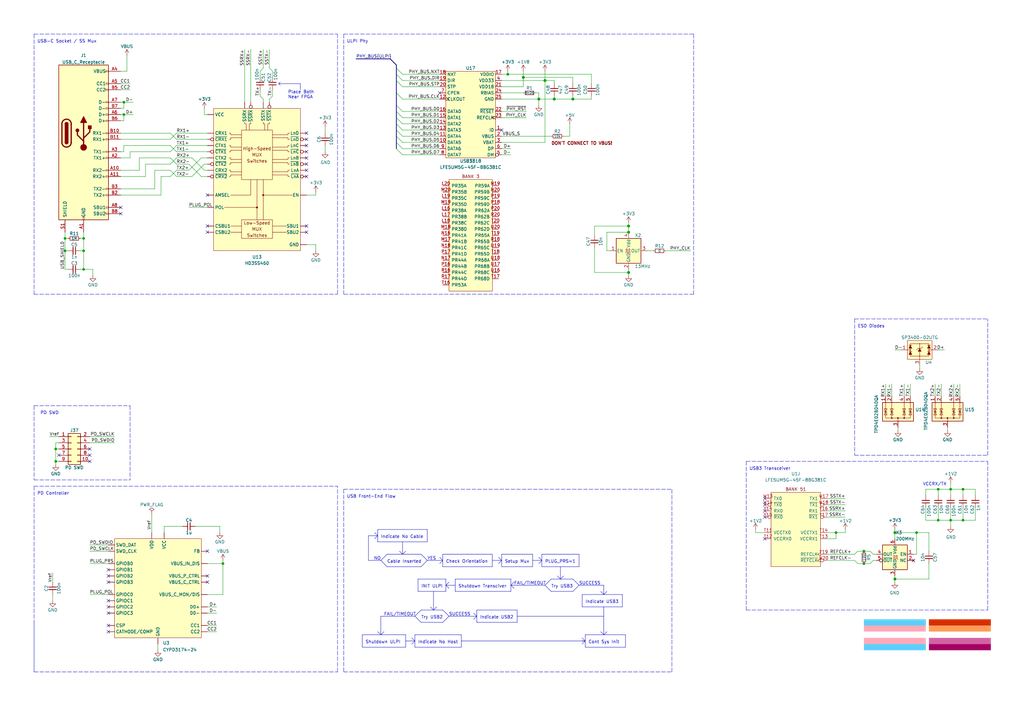
<source format=kicad_sch>
(kicad_sch (version 20230121) (generator eeschema)
  (paper "A3")
  (title_block (title "USB 3.0 Frontend") (date "2023-09-30") (rev "2") (company "Shrine Maiden Heavy Industries") (comment 1 "License:  CERN-OHL-S") (comment 2 "© 2023 Aki 'lethalbit' Van Ness, et. al.") (comment 4 "Squishy - SCSI Multitool"))
  (junction (at 208.28 30.48))
  (junction (at 220.98 40.64) (diameter 1.016))
  (junction (at 389.89 200.66))
  (junction (at 26.67 102.87))
  (junction (at 394.97 200.66))
  (junction (at 354.33 231.14))
  (junction (at 26.67 97.79))
  (junction (at 367.03 237.49) (diameter 1.016))
  (junction (at 384.81 213.36))
  (junction (at 375.92 218.44))
  (junction (at 227.33 40.64) (diameter 1.016))
  (junction (at 257.81 111.76) (diameter 1.016))
  (junction (at 22.86 184.15))
  (junction (at 257.81 92.71) (diameter 1.016))
  (junction (at 367.03 218.44) (diameter 1.016))
  (junction (at 389.89 213.36))
  (junction (at 34.29 97.79))
  (junction (at 34.29 110.49))
  (junction (at 50.8 41.91))
  (junction (at 384.81 200.66))
  (junction (at 50.8 46.99))
  (junction (at 257.81 95.25) (diameter 1.016))
  (junction (at 223.52 33.02) (diameter 1.016))
  (junction (at 234.95 40.64) (diameter 1.016))
  (junction (at 22.86 189.23))
  (junction (at 394.97 213.36))
  (junction (at 214.63 31.75) (diameter 1.016))
  (junction (at 342.9 218.44))
  (junction (at 91.44 231.14))
  (junction (at 34.29 102.87))
  (junction (at 354.33 226.06))
  (no_connect (at 49.53 87.63))
  (no_connect (at 24.13 186.69))
  (no_connect (at 125.73 57.15))
  (no_connect (at 85.09 80.01))
  (no_connect (at 44.45 256.54))
  (no_connect (at 44.45 248.92))
  (no_connect (at 36.83 186.69))
  (no_connect (at 374.65 229.87))
  (no_connect (at 313.69 212.09))
  (no_connect (at 85.09 92.71))
  (no_connect (at 205.74 53.34))
  (no_connect (at 125.73 95.25))
  (no_connect (at 36.83 189.23))
  (no_connect (at 36.83 184.15))
  (no_connect (at 85.09 95.25))
  (no_connect (at 85.09 226.06))
  (no_connect (at 125.73 67.31))
  (no_connect (at 125.73 62.23))
  (no_connect (at 125.73 92.71))
  (no_connect (at 313.69 207.01))
  (no_connect (at 313.69 209.55))
  (no_connect (at 44.45 236.22))
  (no_connect (at 125.73 69.85))
  (no_connect (at 44.45 251.46))
  (no_connect (at 44.45 259.08))
  (no_connect (at 85.09 238.76))
  (no_connect (at 85.09 236.22))
  (no_connect (at 125.73 54.61))
  (no_connect (at 125.73 64.77))
  (no_connect (at 125.73 59.69))
  (no_connect (at 313.69 220.98))
  (no_connect (at 44.45 233.68))
  (no_connect (at 44.45 238.76))
  (no_connect (at 313.69 204.47))
  (no_connect (at 44.45 246.38))
  (no_connect (at 180.34 38.1))
  (no_connect (at 125.73 72.39))
  (no_connect (at 49.53 85.09))
  (bus_entry (at 162.56 45.72) (size 2.54 2.54) (stroke (width 0.1524)))
  (bus_entry (at 162.56 30.48) (size 2.54 2.54) (stroke (width 0.1524)))
  (bus_entry (at 162.56 50.8) (size 2.54 2.54) (stroke (width 0.1524)))
  (bus_entry (at 162.56 33.02) (size 2.54 2.54) (stroke (width 0.1524)))
  (bus_entry (at 162.56 55.88) (size 2.54 2.54) (stroke (width 0.1524)))
  (bus_entry (at 162.56 58.42) (size 2.54 2.54) (stroke (width 0.1524)))
  (bus_entry (at 162.56 38.1) (size 2.54 2.54) (stroke (width 0.1524)))
  (bus_entry (at 162.56 60.96) (size 2.54 2.54) (stroke (width 0.1524)))
  (bus_entry (at 162.56 27.94) (size 2.54 2.54) (stroke (width 0.1524)))
  (bus_entry (at 162.56 48.26) (size 2.54 2.54) (stroke (width 0.1524)))
  (bus_entry (at 162.56 53.34) (size 2.54 2.54) (stroke (width 0.1524)))
  (bus_entry (at 162.56 43.18) (size 2.54 2.54) (stroke (width 0.1524)))
  (wire (pts (xy 22.86 181.61) (xy 22.86 184.15)))
  (polyline (pts (xy 212.09 255.27) (xy 195.58 255.27)) (stroke (width 0) (type solid)))
  (polyline (pts (xy 172.72 227.33) (xy 175.26 229.87)) (stroke (width 0) (type solid)))
  (wire (pts (xy 66.04 72.39) (xy 66.04 80.01)))
  (polyline (pts (xy 350.52 130.81) (xy 405.13 130.81)) (stroke (width 0) (type dash)))
  (wire (pts (xy 165.1 63.5) (xy 180.34 63.5)))
  (polyline (pts (xy 181.61 250.19) (xy 172.72 250.19)) (stroke (width 0) (type solid)))
  (wire (pts (xy 133.35 59.69) (xy 133.35 62.23)))
  (polyline (pts (xy 170.18 262.89) (xy 168.91 261.62)) (stroke (width 0) (type solid)))
  (polyline (pts (xy 156.21 252.73) (xy 156.21 260.35)) (stroke (width 0) (type solid)))
  (wire (pts (xy 53.34 62.23) (xy 53.34 64.77)))
  (wire (pts (xy 85.09 67.31) (xy 83.82 67.31)))
  (polyline (pts (xy 201.93 227.33) (xy 201.93 232.41)) (stroke (width 0) (type solid)))
  (wire (pts (xy 358.14 227.33) (xy 356.87 226.06)))
  (wire (pts (xy 36.83 243.84) (xy 44.45 243.84)))
  (wire (pts (xy 34.29 102.87) (xy 34.29 97.79)))
  (bus (pts (xy 146.05 24.13) (xy 160.02 24.13)))
  (wire (pts (xy 342.9 218.44) (xy 346.71 218.44)))
  (wire (pts (xy 102.87 20.32) (xy 102.87 41.91)))
  (bus (pts (xy 162.56 38.1) (xy 162.56 43.18)))
  (polyline (pts (xy 13.97 166.37) (xy 53.34 166.37)) (stroke (width 0) (type dash)))
  (wire (pts (xy 50.8 41.91) (xy 50.8 44.45)))
  (bus (pts (xy 162.56 43.18) (xy 162.56 45.72)))
  (polyline (pts (xy 151.13 229.87) (xy 156.21 229.87)) (stroke (width 0) (type solid)))
  (polyline (pts (xy 140.97 200.66) (xy 275.59 200.66)) (stroke (width 0) (type dash)))
  (wire (pts (xy 243.84 111.76) (xy 243.84 101.6)))
  (polyline (pts (xy 228.6 236.22) (xy 229.87 237.49)) (stroke (width 0) (type solid)))
  (bus (pts (xy 162.56 55.88) (xy 162.56 58.42)))
  (wire (pts (xy 69.85 69.85) (xy 72.39 72.39)))
  (wire (pts (xy 22.86 189.23) (xy 22.86 190.5)))
  (wire (pts (xy 165.1 50.8) (xy 180.34 50.8)))
  (wire (pts (xy 90.17 215.9) (xy 90.17 218.44)))
  (wire (pts (xy 69.85 72.39) (xy 66.04 72.39)))
  (polyline (pts (xy 172.72 232.41) (xy 158.75 232.41)) (stroke (width 0) (type solid)))
  (wire (pts (xy 85.09 69.85) (xy 83.82 69.85)))
  (polyline (pts (xy 114.3 34.29) (xy 123.19 34.29)))
  (wire (pts (xy 34.29 102.87) (xy 34.29 110.49)))
  (polyline (pts (xy 172.72 250.19) (xy 170.18 252.73)) (stroke (width 0) (type solid)))
  (polyline (pts (xy 306.07 250.19) (xy 405.13 250.19)) (stroke (width 0) (type dash)))
  (wire (pts (xy 91.44 231.14) (xy 91.44 243.84)))
  (wire (pts (xy 21.59 234.95) (xy 21.59 238.76)))
  (polyline (pts (xy 189.23 260.35) (xy 189.23 265.43)) (stroke (width 0) (type solid)))
  (wire (pts (xy 368.3 176.53) (xy 368.3 175.26)))
  (polyline (pts (xy 189.23 260.35) (xy 170.18 260.35)) (stroke (width 0) (type solid)))
  (wire (pts (xy 339.09 207.01) (xy 346.71 207.01)))
  (wire (pts (xy 125.73 100.33) (xy 129.54 100.33)))
  (wire (pts (xy 394.97 213.36) (xy 400.05 213.36)))
  (polyline (pts (xy 182.88 237.49) (xy 182.88 242.57)) (stroke (width 0) (type solid)))
  (wire (pts (xy 346.71 209.55) (xy 339.09 209.55)))
  (wire (pts (xy 83.82 46.99) (xy 85.09 46.99)))
  (polyline (pts (xy 222.25 227.33) (xy 222.25 232.41)) (stroke (width 0) (type solid)))
  (wire (pts (xy 21.59 243.84) (xy 21.59 246.38)))
  (polyline (pts (xy 163.83 226.06) (xy 165.1 227.33)) (stroke (width 0) (type solid)))
  (polyline (pts (xy 223.52 240.03) (xy 209.55 240.03)) (stroke (width 0) (type solid)))
  (wire (pts (xy 22.86 184.15) (xy 22.86 189.23)))
  (polyline (pts (xy 13.97 196.85) (xy 53.34 196.85)) (stroke (width 0) (type dash)))
  (wire (pts (xy 394.97 208.28) (xy 394.97 213.36)))
  (polyline (pts (xy 156.21 260.35) (xy 157.48 259.08)) (stroke (width 0) (type solid)))
  (polyline (pts (xy 182.88 242.57) (xy 171.45 242.57)) (stroke (width 0) (type solid)))
  (wire (pts (xy 50.8 41.91) (xy 54.61 41.91)))
  (polyline (pts (xy 237.49 227.33) (xy 237.49 232.41)) (stroke (width 0) (type solid)))
  (polyline (pts (xy 172.72 255.27) (xy 170.18 252.73)) (stroke (width 0) (type solid)))
  (wire (pts (xy 214.63 31.75) (xy 234.95 31.75)))
  (wire (pts (xy 165.1 35.56) (xy 180.34 35.56)))
  (wire (pts (xy 83.82 44.45) (xy 83.82 46.99)))
  (wire (pts (xy 49.53 49.53) (xy 50.8 49.53)))
  (polyline (pts (xy 170.18 262.89) (xy 168.91 264.16)) (stroke (width 0) (type solid)))
  (wire (pts (xy 59.69 67.31) (xy 59.69 72.39)))
  (wire (pts (xy 205.74 40.64) (xy 220.98 40.64)))
  (wire (pts (xy 110.49 41.91) (xy 110.49 40.64)))
  (wire (pts (xy 59.69 72.39) (xy 49.53 72.39)))
  (polyline (pts (xy 218.44 232.41) (xy 205.74 232.41)) (stroke (width 0) (type solid)))
  (wire (pts (xy 373.38 157.48) (xy 373.38 162.56)))
  (polyline (pts (xy 229.87 237.49) (xy 231.14 236.22)) (stroke (width 0) (type solid)))
  (polyline (pts (xy 234.95 242.57) (xy 226.06 242.57)) (stroke (width 0) (type solid)))
  (wire (pts (xy 389.89 213.36) (xy 389.89 215.9)))
  (polyline (pts (xy 181.61 255.27) (xy 184.15 252.73)) (stroke (width 0) (type solid)))
  (polyline (pts (xy 229.87 232.41) (xy 229.87 237.49)) (stroke (width 0) (type solid)))
  (polyline (pts (xy 256.54 260.35) (xy 256.54 265.43)) (stroke (width 0) (type solid)))
  (polyline (pts (xy 177.8 242.57) (xy 177.8 250.19)) (stroke (width 0) (type solid)))
  (wire (pts (xy 85.09 72.39) (xy 82.55 72.39)))
  (wire (pts (xy 165.1 53.34) (xy 180.34 53.34)))
  (wire (pts (xy 66.04 80.01) (xy 49.53 80.01)))
  (wire (pts (xy 339.09 220.98) (xy 342.9 220.98)))
  (polyline (pts (xy 246.38 259.08) (xy 247.65 260.35)) (stroke (width 0) (type solid)))
  (wire (pts (xy 365.76 157.48) (xy 365.76 162.56)))
  (wire (pts (xy 379.73 200.66) (xy 379.73 203.2)))
  (polyline (pts (xy 247.65 252.73) (xy 247.65 260.35)) (stroke (width 0) (type solid)))
  (wire (pts (xy 354.33 231.14) (xy 351.79 231.14)))
  (wire (pts (xy 62.23 210.82) (xy 62.23 218.44)))
  (wire (pts (xy 370.84 157.48) (xy 370.84 162.56)))
  (wire (pts (xy 363.22 157.48) (xy 363.22 162.56)))
  (wire (pts (xy 214.63 31.75) (xy 214.63 35.56)))
  (wire (pts (xy 110.49 20.32) (xy 110.49 27.94)))
  (wire (pts (xy 49.53 62.23) (xy 50.8 62.23)))
  (wire (pts (xy 111.76 29.21) (xy 110.49 27.94)))
  (polyline (pts (xy 13.97 166.37) (xy 13.97 196.85)) (stroke (width 0) (type dash)))
  (wire (pts (xy 85.09 251.46) (xy 88.9 251.46)))
  (polyline (pts (xy 13.97 13.97) (xy 13.97 120.65)) (stroke (width 0) (type dash)))
  (polyline (pts (xy 201.93 232.41) (xy 181.61 232.41)) (stroke (width 0) (type solid)))
  (wire (pts (xy 107.95 20.32) (xy 107.95 27.94)))
  (polyline (pts (xy 238.76 243.84) (xy 238.76 248.92)) (stroke (width 0) (type solid)))
  (wire (pts (xy 367.03 237.49) (xy 381 237.49)))
  (polyline (pts (xy 222.25 229.87) (xy 220.98 228.6)) (stroke (width 0) (type solid)))
  (wire (pts (xy 377.19 151.13) (xy 377.19 149.86)))
  (polyline (pts (xy 256.54 265.43) (xy 240.03 265.43)) (stroke (width 0) (type solid)))
  (wire (pts (xy 359.41 229.87) (xy 358.14 229.87)))
  (wire (pts (xy 208.28 30.48) (xy 242.57 30.48)))
  (polyline (pts (xy 247.65 240.03) (xy 247.65 243.84)) (stroke (width 0) (type solid)))
  (bus (pts (xy 162.56 48.26) (xy 162.56 50.8)))
  (wire (pts (xy 129.54 100.33) (xy 129.54 102.87)))
  (wire (pts (xy 63.5 69.85) (xy 69.85 69.85)))
  (polyline (pts (xy 247.65 260.35) (xy 248.92 259.08)) (stroke (width 0) (type solid)))
  (wire (pts (xy 72.39 64.77) (xy 78.74 64.77)))
  (polyline (pts (xy 240.03 262.89) (xy 238.76 264.16)) (stroke (width 0) (type solid)))
  (polyline (pts (xy 172.72 227.33) (xy 158.75 227.33)) (stroke (width 0) (type solid)))
  (wire (pts (xy 85.09 248.92) (xy 88.9 248.92)))
  (wire (pts (xy 389.89 200.66) (xy 394.97 200.66)))
  (wire (pts (xy 107.95 40.64) (xy 106.68 39.37)))
  (wire (pts (xy 33.02 102.87) (xy 34.29 102.87)))
  (wire (pts (xy 389.89 213.36) (xy 394.97 213.36)))
  (wire (pts (xy 223.52 33.02) (xy 227.33 33.02)))
  (wire (pts (xy 234.95 40.64) (xy 242.57 40.64)))
  (polyline (pts (xy 114.3 34.29) (xy 114.935 33.655)))
  (wire (pts (xy 63.5 77.47) (xy 63.5 69.85)))
  (wire (pts (xy 354.33 226.06) (xy 351.79 226.06)))
  (wire (pts (xy 356.87 226.06) (xy 354.33 226.06)))
  (wire (pts (xy 242.57 40.64) (xy 242.57 39.37)))
  (polyline (pts (xy 246.38 242.57) (xy 247.65 243.84)) (stroke (width 0) (type solid)))
  (polyline (pts (xy 154.94 259.08) (xy 156.21 260.35)) (stroke (width 0) (type solid)))
  (wire (pts (xy 257.81 92.71) (xy 243.84 92.71)))
  (polyline (pts (xy 140.97 13.97) (xy 284.48 13.97)) (stroke (width 0) (type dash)))
  (wire (pts (xy 223.52 33.02) (xy 223.52 58.42)))
  (wire (pts (xy 227.33 40.64) (xy 234.95 40.64)))
  (wire (pts (xy 69.85 57.15) (xy 49.53 57.15)))
  (wire (pts (xy 36.83 226.06) (xy 44.45 226.06)))
  (polyline (pts (xy 209.55 242.57) (xy 186.69 242.57)) (stroke (width 0) (type solid)))
  (wire (pts (xy 36.83 231.14) (xy 44.45 231.14)))
  (wire (pts (xy 165.1 45.72) (xy 180.34 45.72)))
  (polyline (pts (xy 212.09 250.19) (xy 195.58 250.19)) (stroke (width 0) (type solid)))
  (wire (pts (xy 375.92 218.44) (xy 381 218.44)))
  (polyline (pts (xy 350.52 186.69) (xy 405.13 186.69)) (stroke (width 0) (type dash)))
  (wire (pts (xy 257.81 111.76) (xy 243.84 111.76)))
  (wire (pts (xy 339.09 218.44) (xy 342.9 218.44)))
  (polyline (pts (xy 166.37 260.35) (xy 148.59 260.35)) (stroke (width 0) (type solid)))
  (wire (pts (xy 91.44 231.14) (xy 85.09 231.14)))
  (polyline (pts (xy 306.07 189.23) (xy 306.07 250.19)) (stroke (width 0) (type dash)))
  (wire (pts (xy 83.82 67.31) (xy 78.74 72.39)))
  (wire (pts (xy 53.34 64.77) (xy 49.53 64.77)))
  (polyline (pts (xy 212.09 250.19) (xy 212.09 255.27)) (stroke (width 0) (type solid)))
  (wire (pts (xy 85.09 243.84) (xy 91.44 243.84)))
  (wire (pts (xy 72.39 62.23) (xy 69.85 59.69)))
  (polyline (pts (xy 218.44 227.33) (xy 218.44 232.41)) (stroke (width 0) (type solid)))
  (polyline (pts (xy 186.69 240.03) (xy 182.88 240.03)) (stroke (width 0) (type solid)))
  (wire (pts (xy 49.53 34.29) (xy 53.34 34.29)))
  (wire (pts (xy 389.89 198.12) (xy 389.89 200.66)))
  (wire (pts (xy 205.74 48.26) (xy 215.9 48.26)))
  (wire (pts (xy 85.09 259.08) (xy 88.9 259.08)))
  (wire (pts (xy 205.74 58.42) (xy 223.52 58.42)))
  (wire (pts (xy 386.08 157.48) (xy 386.08 162.56)))
  (wire (pts (xy 165.1 58.42) (xy 180.34 58.42)))
  (wire (pts (xy 227.33 39.37) (xy 227.33 40.64)))
  (polyline (pts (xy 284.48 13.97) (xy 284.48 120.65)) (stroke (width 0) (type dash)))
  (wire (pts (xy 346.71 217.17) (xy 346.71 218.44)))
  (polyline (pts (xy 181.61 255.27) (xy 172.72 255.27)) (stroke (width 0) (type solid)))
  (polyline (pts (xy 181.61 227.33) (xy 181.61 232.41)) (stroke (width 0) (type solid)))
  (polyline (pts (xy 240.03 262.89) (xy 238.76 262.89)) (stroke (width 0) (type solid)))
  (wire (pts (xy 379.73 200.66) (xy 384.81 200.66)))
  (polyline (pts (xy 13.97 13.97) (xy 138.43 13.97)) (stroke (width 0) (type dash)))
  (wire (pts (xy 22.86 184.15) (xy 24.13 184.15)))
  (polyline (pts (xy 240.03 262.89) (xy 238.76 261.62)) (stroke (width 0) (type solid)))
  (wire (pts (xy 389.89 200.66) (xy 389.89 203.2)))
  (wire (pts (xy 367.03 217.17) (xy 367.03 218.44)))
  (wire (pts (xy 49.53 36.83) (xy 53.34 36.83)))
  (polyline (pts (xy 275.59 275.59) (xy 275.59 200.66)) (stroke (width 0) (type dash)))
  (polyline (pts (xy 175.26 229.87) (xy 181.61 229.87)) (stroke (width 0) (type solid)))
  (wire (pts (xy 100.33 20.32) (xy 100.33 41.91)))
  (polyline (pts (xy 189.23 265.43) (xy 170.18 265.43)) (stroke (width 0) (type solid)))
  (bus (pts (xy 162.56 33.02) (xy 162.56 38.1)))
  (wire (pts (xy 26.67 95.25) (xy 26.67 97.79)))
  (polyline (pts (xy 123.19 34.29) (xy 123.19 36.83)))
  (wire (pts (xy 234.95 39.37) (xy 234.95 40.64)))
  (wire (pts (xy 391.16 157.48) (xy 391.16 162.56)))
  (wire (pts (xy 80.01 215.9) (xy 90.17 215.9)))
  (wire (pts (xy 339.09 204.47) (xy 346.71 204.47)))
  (polyline (pts (xy 255.27 248.92) (xy 238.76 248.92)) (stroke (width 0) (type solid)))
  (polyline (pts (xy 255.27 243.84) (xy 238.76 243.84)) (stroke (width 0) (type solid)))
  (polyline (pts (xy 151.13 219.71) (xy 151.13 229.87)) (stroke (width 0) (type solid)))
  (wire (pts (xy 72.39 59.69) (xy 85.09 59.69)))
  (wire (pts (xy 52.07 22.86) (xy 52.07 29.21)))
  (wire (pts (xy 369.57 143.51) (xy 367.03 143.51)))
  (wire (pts (xy 72.39 72.39) (xy 78.74 72.39)))
  (wire (pts (xy 46.99 181.61) (xy 36.83 181.61)))
  (wire (pts (xy 107.95 41.91) (xy 107.95 40.64)))
  (wire (pts (xy 394.97 200.66) (xy 394.97 203.2)))
  (wire (pts (xy 205.74 33.02) (xy 223.52 33.02)))
  (wire (pts (xy 208.28 30.48) (xy 205.74 30.48)))
  (wire (pts (xy 351.79 231.14) (xy 350.52 229.87)))
  (polyline (pts (xy 237.49 240.03) (xy 247.65 240.03)) (stroke (width 0) (type solid)))
  (wire (pts (xy 165.1 55.88) (xy 180.34 55.88)))
  (polyline (pts (xy 209.55 237.49) (xy 209.55 242.57)) (stroke (width 0) (type solid)))
  (wire (pts (xy 85.09 64.77) (xy 82.55 64.77)))
  (wire (pts (xy 22.86 189.23) (xy 24.13 189.23)))
  (bus (pts (xy 162.56 27.94) (xy 162.56 30.48)))
  (wire (pts (xy 67.31 218.44) (xy 67.31 215.9)))
  (bus (pts (xy 160.02 24.13) (xy 162.56 26.67)))
  (polyline (pts (xy 210.82 238.76) (xy 209.55 240.03)) (stroke (width 0) (type solid)))
  (wire (pts (xy 165.1 48.26) (xy 180.34 48.26)))
  (wire (pts (xy 20.32 179.07) (xy 24.13 179.07)))
  (wire (pts (xy 358.14 229.87) (xy 356.87 231.14)))
  (polyline (pts (xy 201.93 229.87) (xy 205.74 229.87)) (stroke (width 0) (type solid)))
  (polyline (pts (xy 140.97 200.66) (xy 140.97 275.59)) (stroke (width 0) (type dash)))
  (wire (pts (xy 379.73 213.36) (xy 384.81 213.36)))
  (wire (pts (xy 208.28 29.21) (xy 208.28 30.48)))
  (polyline (pts (xy 226.06 237.49) (xy 223.52 240.03)) (stroke (width 0) (type solid)))
  (wire (pts (xy 165.1 40.64) (xy 180.34 40.64)))
  (polyline (pts (xy 166.37 265.43) (xy 148.59 265.43)) (stroke (width 0) (type solid)))
  (polyline (pts (xy 237.49 227.33) (xy 222.25 227.33)) (stroke (width 0) (type solid)))
  (wire (pts (xy 384.81 200.66) (xy 384.81 203.2)))
  (polyline (pts (xy 209.55 240.03) (xy 210.82 241.3)) (stroke (width 0) (type solid)))
  (polyline (pts (xy 181.61 229.87) (xy 180.34 228.6)) (stroke (width 0) (type solid)))
  (wire (pts (xy 400.05 208.28) (xy 400.05 213.36)))
  (wire (pts (xy 400.05 200.66) (xy 400.05 203.2)))
  (wire (pts (xy 57.15 69.85) (xy 57.15 64.77)))
  (polyline (pts (xy 114.3 34.29) (xy 114.935 34.925)))
  (bus (pts (xy 162.56 30.48) (xy 162.56 33.02)))
  (polyline (pts (xy 138.43 120.65) (xy 138.43 13.97)) (stroke (width 0) (type dash)))
  (polyline (pts (xy 237.49 232.41) (xy 222.25 232.41)) (stroke (width 0) (type solid)))
  (polyline (pts (xy 154.94 217.17) (xy 154.94 222.25)) (stroke (width 0) (type solid)))
  (polyline (pts (xy 177.8 250.19) (xy 179.07 248.92)) (stroke (width 0) (type solid)))
  (wire (pts (xy 106.68 31.75) (xy 106.68 29.21)))
  (polyline (pts (xy 158.75 227.33) (xy 156.21 229.87)) (stroke (width 0) (type solid)))
  (polyline (pts (xy 13.97 199.39) (xy 13.97 255.27)) (stroke (width 0) (type dash)))
  (polyline (pts (xy 175.26 217.17) (xy 175.26 222.25)) (stroke (width 0) (type solid)))
  (wire (pts (xy 49.53 44.45) (xy 50.8 44.45)))
  (wire (pts (xy 379.73 208.28) (xy 379.73 213.36)))
  (wire (pts (xy 69.85 64.77) (xy 72.39 67.31)))
  (wire (pts (xy 248.92 102.87) (xy 248.92 95.25)))
  (wire (pts (xy 72.39 57.15) (xy 85.09 57.15)))
  (polyline (pts (xy 165.1 227.33) (xy 166.37 226.06)) (stroke (width 0) (type solid)))
  (polyline (pts (xy 13.97 255.27) (xy 13.97 275.59)))
  (wire (pts (xy 309.88 217.17) (xy 309.88 218.44)))
  (polyline (pts (xy 170.18 252.73) (xy 156.21 252.73)) (stroke (width 0) (type solid)))
  (wire (pts (xy 384.81 213.36) (xy 389.89 213.36)))
  (wire (pts (xy 72.39 67.31) (xy 77.47 67.31)))
  (polyline (pts (xy 350.52 130.81) (xy 350.52 186.69)) (stroke (width 0) (type dash)))
  (wire (pts (xy 26.67 102.87) (xy 26.67 97.79)))
  (wire (pts (xy 313.69 218.44) (xy 309.88 218.44)))
  (wire (pts (xy 85.09 256.54) (xy 88.9 256.54)))
  (wire (pts (xy 26.67 102.87) (xy 26.67 110.49)))
  (wire (pts (xy 36.83 223.52) (xy 44.45 223.52)))
  (polyline (pts (xy 13.97 199.39) (xy 138.43 199.39)) (stroke (width 0) (type dash)))
  (wire (pts (xy 205.74 45.72) (xy 215.9 45.72)))
  (wire (pts (xy 26.67 110.49) (xy 27.94 110.49)))
  (polyline (pts (xy 13.97 275.59) (xy 138.43 275.59)) (stroke (width 0) (type dash)))
  (wire (pts (xy 388.62 176.53) (xy 388.62 175.26)))
  (wire (pts (xy 49.53 54.61) (xy 69.85 54.61)))
  (polyline (pts (xy 175.26 217.17) (xy 154.94 217.17)) (stroke (width 0) (type solid)))
  (wire (pts (xy 165.1 30.48) (xy 180.34 30.48)))
  (wire (pts (xy 77.47 69.85) (xy 82.55 64.77)))
  (wire (pts (xy 106.68 29.21) (xy 107.95 27.94)))
  (wire (pts (xy 133.35 52.07) (xy 133.35 54.61)))
  (wire (pts (xy 85.09 62.23) (xy 72.39 62.23)))
  (polyline (pts (xy 180.34 231.14) (xy 181.61 229.87)) (stroke (width 0) (type solid)))
  (wire (pts (xy 220.98 38.1) (xy 220.98 40.64)))
  (polyline (pts (xy 165.1 222.25) (xy 165.1 227.33)) (stroke (width 0) (type solid)))
  (polyline (pts (xy 166.37 262.89) (xy 170.18 262.89)) (stroke (width 0) (type solid)))
  (wire (pts (xy 389.89 208.28) (xy 389.89 213.36)))
  (wire (pts (xy 342.9 218.44) (xy 342.9 220.98)))
  (bus (pts (xy 162.56 26.67) (xy 162.56 27.94)))
  (polyline (pts (xy 148.59 260.35) (xy 148.59 265.43)) (stroke (width 0) (type solid)))
  (polyline (pts (xy 13.97 120.65) (xy 138.43 120.65)) (stroke (width 0) (type dash)))
  (wire (pts (xy 34.29 110.49) (xy 33.02 110.49)))
  (polyline (pts (xy 166.37 260.35) (xy 166.37 265.43)) (stroke (width 0) (type solid)))
  (wire (pts (xy 374.65 227.33) (xy 375.92 227.33)))
  (wire (pts (xy 91.44 229.87) (xy 91.44 231.14)))
  (wire (pts (xy 69.85 54.61) (xy 72.39 57.15)))
  (polyline (pts (xy 201.93 227.33) (xy 181.61 227.33)) (stroke (width 0) (type solid)))
  (polyline (pts (xy 234.95 237.49) (xy 226.06 237.49)) (stroke (width 0) (type solid)))
  (wire (pts (xy 53.34 62.23) (xy 69.85 62.23)))
  (wire (pts (xy 69.85 59.69) (xy 50.8 59.69)))
  (wire (pts (xy 69.85 62.23) (xy 72.39 59.69)))
  (wire (pts (xy 50.8 46.99) (xy 54.61 46.99)))
  (wire (pts (xy 49.53 41.91) (xy 50.8 41.91)))
  (polyline (pts (xy 255.27 243.84) (xy 255.27 248.92)) (stroke (width 0) (type solid)))
  (polyline (pts (xy 240.03 260.35) (xy 240.03 265.43)) (stroke (width 0) (type solid)))
  (polyline (pts (xy 247.65 248.92) (xy 247.65 252.73)) (stroke (width 0) (type solid)))
  (wire (pts (xy 339.09 227.33) (xy 350.52 227.33)))
  (wire (pts (xy 359.41 227.33) (xy 358.14 227.33)))
  (polyline (pts (xy 154.94 219.71) (xy 153.67 220.98)) (stroke (width 0) (type solid)))
  (polyline (pts (xy 170.18 260.35) (xy 170.18 265.43)) (stroke (width 0) (type solid)))
  (wire (pts (xy 50.8 46.99) (xy 50.8 49.53)))
  (wire (pts (xy 38.1 110.49) (xy 38.1 113.03)))
  (polyline (pts (xy 182.88 237.49) (xy 171.45 237.49)) (stroke (width 0) (type solid)))
  (wire (pts (xy 257.81 110.49) (xy 257.81 111.76)))
  (wire (pts (xy 351.79 226.06) (xy 350.52 227.33)))
  (wire (pts (xy 52.07 29.21) (xy 49.53 29.21)))
  (wire (pts (xy 106.68 39.37) (xy 106.68 36.83)))
  (polyline (pts (xy 405.13 186.69) (xy 405.13 130.81)) (stroke (width 0) (type dash)))
  (polyline (pts (xy 181.61 250.19) (xy 184.15 252.73)) (stroke (width 0) (type solid)))
  (wire (pts (xy 381 218.44) (xy 381 226.06)))
  (wire (pts (xy 367.03 236.22) (xy 367.03 237.49)))
  (wire (pts (xy 248.92 95.25) (xy 257.81 95.25)))
  (polyline (pts (xy 218.44 229.87) (xy 222.25 229.87)) (stroke (width 0) (type solid)))
  (wire (pts (xy 233.68 50.8) (xy 233.68 55.88)))
  (polyline (pts (xy 195.58 252.73) (xy 194.31 251.46)) (stroke (width 0) (type solid)))
  (wire (pts (xy 257.81 111.76) (xy 257.81 113.03)))
  (polyline (pts (xy 222.25 229.87) (xy 220.98 231.14)) (stroke (width 0) (type solid)))
  (wire (pts (xy 384.81 143.51) (xy 387.35 143.51)))
  (wire (pts (xy 111.76 29.21) (xy 111.76 31.75)))
  (wire (pts (xy 257.81 91.44) (xy 257.81 92.71)))
  (wire (pts (xy 205.74 60.96) (xy 209.55 60.96)))
  (wire (pts (xy 381 231.14) (xy 381 237.49)))
  (wire (pts (xy 38.1 110.49) (xy 34.29 110.49)))
  (wire (pts (xy 57.15 64.77) (xy 69.85 64.77)))
  (wire (pts (xy 205.74 63.5) (xy 209.55 63.5)))
  (wire (pts (xy 367.03 218.44) (xy 375.92 218.44)))
  (wire (pts (xy 214.63 29.21) (xy 214.63 31.75)))
  (wire (pts (xy 85.09 54.61) (xy 72.39 54.61)))
  (polyline (pts (xy 284.48 120.65) (xy 140.97 120.65)) (stroke (width 0) (type dash)))
  (wire (pts (xy 219.71 38.1) (xy 220.98 38.1)))
  (wire (pts (xy 72.39 69.85) (xy 69.85 72.39)))
  (bus (pts (xy 162.56 58.42) (xy 162.56 60.96)))
  (bus (pts (xy 162.56 45.72) (xy 162.56 48.26)))
  (wire (pts (xy 231.14 55.88) (xy 233.68 55.88)))
  (wire (pts (xy 393.7 157.48) (xy 393.7 162.56)))
  (wire (pts (xy 214.63 38.1) (xy 205.74 38.1)))
  (wire (pts (xy 82.55 72.39) (xy 77.47 67.31)))
  (wire (pts (xy 223.52 29.21) (xy 223.52 33.02)))
  (wire (pts (xy 242.57 30.48) (xy 242.57 34.29)))
  (polyline (pts (xy 171.45 237.49) (xy 171.45 242.57)) (stroke (width 0) (type solid)))
  (polyline (pts (xy 176.53 248.92) (xy 177.8 250.19)) (stroke (width 0) (type solid)))
  (polyline (pts (xy 186.69 237.49) (xy 186.69 242.57)) (stroke (width 0) (type solid)))
  (polyline (pts (xy 247.65 243.84) (xy 248.92 242.57)) (stroke (width 0) (type solid)))
  (wire (pts (xy 72.39 64.77) (xy 69.85 67.31)))
  (wire (pts (xy 227.33 33.02) (xy 227.33 34.29)))
  (wire (pts (xy 384.81 208.28) (xy 384.81 213.36)))
  (wire (pts (xy 205.74 55.88) (xy 226.06 55.88)))
  (polyline (pts (xy 182.88 240.03) (xy 184.15 241.3)) (stroke (width 0) (type solid)))
  (wire (pts (xy 64.77 264.16) (xy 64.77 266.7)))
  (polyline (pts (xy 195.58 252.73) (xy 194.31 254)) (stroke (width 0) (type solid)))
  (wire (pts (xy 129.54 80.01) (xy 125.73 80.01)))
  (polyline (pts (xy 212.09 252.73) (xy 247.65 252.73)) (stroke (width 0) (type solid)))
  (polyline (pts (xy 226.06 242.57) (xy 223.52 240.03)) (stroke (width 0) (type solid)))
  (polyline (pts (xy 205.74 227.33) (xy 205.74 232.41)) (stroke (width 0) (type solid)))
  (wire (pts (xy 367.03 218.44) (xy 367.03 220.98)))
  (wire (pts (xy 243.84 92.71) (xy 243.84 96.52)))
  (polyline (pts (xy 234.95 237.49) (xy 237.49 240.03)) (stroke (width 0) (type solid)))
  (wire (pts (xy 220.98 40.64) (xy 220.98 43.18)))
  (wire (pts (xy 165.1 33.02) (xy 180.34 33.02)))
  (polyline (pts (xy 234.95 242.57) (xy 237.49 240.03)) (stroke (width 0) (type solid)))
  (wire (pts (xy 265.43 102.87) (xy 267.97 102.87)))
  (wire (pts (xy 49.53 77.47) (xy 63.5 77.47)))
  (polyline (pts (xy 175.26 222.25) (xy 154.94 222.25)) (stroke (width 0) (type solid)))
  (wire (pts (xy 257.81 92.71) (xy 257.81 95.25)))
  (polyline (pts (xy 151.13 219.71) (xy 154.94 219.71)) (stroke (width 0) (type solid)))
  (wire (pts (xy 72.39 69.85) (xy 77.47 69.85)))
  (wire (pts (xy 356.87 231.14) (xy 354.33 231.14)))
  (polyline (pts (xy 158.75 232.41) (xy 156.21 229.87)) (stroke (width 0) (type solid)))
  (wire (pts (xy 83.82 69.85) (xy 78.74 64.77)))
  (wire (pts (xy 227.33 40.64) (xy 220.98 40.64)))
  (wire (pts (xy 33.02 97.79) (xy 34.29 97.79)))
  (wire (pts (xy 50.8 62.23) (xy 50.8 59.69)))
  (wire (pts (xy 250.19 102.87) (xy 248.92 102.87)))
  (wire (pts (xy 367.03 237.49) (xy 367.03 238.76)))
  (polyline (pts (xy 205.74 229.87) (xy 204.47 228.6)) (stroke (width 0) (type solid)))
  (bus (pts (xy 162.56 50.8) (xy 162.56 53.34)))
  (bus (pts (xy 162.56 53.34) (xy 162.56 55.88)))
  (polyline (pts (xy 209.55 237.49) (xy 186.69 237.49)) (stroke (width 0) (type solid)))
  (wire (pts (xy 22.86 181.61) (xy 24.13 181.61)))
  (wire (pts (xy 205.74 35.56) (xy 214.63 35.56)))
  (polyline (pts (xy 138.43 275.59) (xy 138.43 199.39)) (stroke (width 0) (type dash)))
  (wire (pts (xy 375.92 218.44) (xy 375.92 227.33)))
  (wire (pts (xy 46.99 179.07) (xy 36.83 179.07)))
  (wire (pts (xy 394.97 200.66) (xy 400.05 200.66)))
  (polyline (pts (xy 205.74 229.87) (xy 204.47 231.14)) (stroke (width 0) (type solid)))
  (polyline (pts (xy 154.94 219.71) (xy 153.67 218.44)) (stroke (width 0) (type solid)))
  (wire (pts (xy 384.81 200.66) (xy 389.89 200.66)))
  (polyline (pts (xy 195.58 250.19) (xy 195.58 255.27)) (stroke (width 0) (type solid)))
  (polyline (pts (xy 140.97 275.59) (xy 275.59 275.59)) (stroke (width 0) (type dash)))
  (polyline (pts (xy 184.15 252.73) (xy 195.58 252.73)) (stroke (width 0) (type solid)))
  (wire (pts (xy 67.31 215.9) (xy 74.93 215.9)))
  (wire (pts (xy 111.76 39.37) (xy 111.76 36.83)))
  (polyline (pts (xy 184.15 238.76) (xy 182.88 240.03)) (stroke (width 0) (type solid)))
  (wire (pts (xy 49.53 69.85) (xy 57.15 69.85)))
  (wire (pts (xy 77.47 85.09) (xy 85.09 85.09)))
  (polyline (pts (xy 405.13 250.19) (xy 405.13 189.23)) (stroke (width 0) (type dash)))
  (polyline (pts (xy 256.54 260.35) (xy 240.03 260.35)) (stroke (width 0) (type solid)))
  (wire (pts (xy 110.49 40.64) (xy 111.76 39.37)))
  (wire (pts (xy 26.67 97.79) (xy 27.94 97.79)))
  (polyline (pts (xy 172.72 232.41) (xy 175.26 229.87)) (stroke (width 0) (type solid)))
  (wire (pts (xy 34.29 95.25) (xy 34.29 97.79)))
  (polyline (pts (xy 189.23 262.89) (xy 240.03 262.89)) (stroke (width 0) (type solid)))
  (wire (pts (xy 27.94 102.87) (xy 26.67 102.87)))
  (polyline (pts (xy 140.97 13.97) (xy 140.97 120.65)) (stroke (width 0) (type dash)))
  (wire (pts (xy 346.71 212.09) (xy 339.09 212.09)))
  (wire (pts (xy 234.95 31.75) (xy 234.95 34.29)))
  (wire (pts (xy 49.53 46.99) (xy 50.8 46.99)))
  (wire (pts (xy 129.54 78.74) (xy 129.54 80.01)))
  (polyline (pts (xy 53.34 166.37) (xy 53.34 196.85)) (stroke (width 0) (type dash)))
  (wire (pts (xy 59.69 67.31) (xy 69.85 67.31)))
  (wire (pts (xy 383.54 157.48) (xy 383.54 162.56)))
  (polyline (pts (xy 218.44 227.33) (xy 205.74 227.33)) (stroke (width 0) (type solid)))
  (wire (pts (xy 72.39 54.61) (xy 69.85 57.15)))
  (wire (pts (xy 273.05 102.87) (xy 283.21 102.87)))
  (polyline (pts (xy 306.07 189.23) (xy 405.13 189.23)) (stroke (width 0) (type dash)))
  (wire (pts (xy 165.1 60.96) (xy 180.34 60.96)))
  (wire (pts (xy 339.09 229.87) (xy 350.52 229.87)))
  (text "FAIL/TIMEOUT" (at 210.82 240.03 0) (effects (font (size 1.27 1.27)) (justify left bottom)))
  (text "SUCCESS" (at 184.15 252.73 0) (effects (font (size 1.27 1.27)) (justify left bottom)))
  (text "NO" (at 156.21 229.87 0) (effects (font (size 1.27 1.27)) (justify right bottom)))
  (text "INIT ULPI" (at 172.72 241.3 0) (effects (font (size 1.27 1.27)) (justify left bottom)))
  (text "ULPI Phy" (at 142.24 17.78 0) (effects (font (size 1.27 1.27)) (justify left bottom)))
  (text "USB3 Transceiver " (at 307.34 193.04 0) (effects (font (size 1.27 1.27)) (justify left bottom)))
  (text "DON'T CONNECT TO VBUS!" (at 226.06 59.69 0) (effects (font (size 1.27 1.27) (thickness 0.254) bold) (justify left bottom)))
  (text "Shutdown Transciver" (at 187.96 241.3 0) (effects (font (size 1.27 1.27)) (justify left bottom)))
  (text "Indicate No Cable" (at 156.21 220.98 0) (effects (font (size 1.27 1.27)) (justify left bottom)))
  (text "Indicate USB3" (at 240.03 247.65 0) (effects (font (size 1.27 1.27)) (justify left bottom)))
  (text "Try USB2" (at 172.72 254 0) (effects (font (size 1.27 1.27)) (justify left bottom)))
  (text "Indicate USB2" (at 196.85 254 0) (effects (font (size 1.27 1.27)) (justify left bottom)))
  (text "YES" (at 175.26 229.87 0) (effects (font (size 1.27 1.27)) (justify left bottom)))
  (text "SUCCESS" (at 237.49 240.03 0) (effects (font (size 1.27 1.27)) (justify left bottom)))
  (text "Check Orientation" (at 182.88 231.14 0) (effects (font (size 1.27 1.27)) (justify left bottom)))
  (text "VCCRX/TX" (at 378.46 199.39 0) (effects (font (size 1.27 1.27)) (justify left bottom)))
  (text "Setup Mux" (at 207.01 231.14 0) (effects (font (size 1.27 1.27)) (justify left bottom)))
  (text "Place Both\nNear FPGA" (at 118.11 40.64 0) (effects (font (size 1.27 1.27)) (justify left bottom)))
  (text "PLUG_PRS=1" (at 223.52 231.14 0) (effects (font (size 1.27 1.27)) (justify left bottom)))
  (text "USB-C Socket / SS Mux" (at 15.24 17.78 0) (effects (font (size 1.27 1.27)) (justify left bottom)))
  (text "PD SWD" (at 16.51 170.18 0) (effects (font (size 1.27 1.27)) (justify left bottom)))
  (text "Indicate No Host" (at 171.45 264.16 0) (effects (font (size 1.27 1.27)) (justify left bottom)))
  (text "ESD Diodes" (at 351.79 134.62 0) (effects (font (size 1.27 1.27)) (justify left bottom)))
  (text "Try USB3" (at 226.06 241.3 0) (effects (font (size 1.27 1.27)) (justify left bottom)))
  (text "Cable Inserted" (at 158.75 231.14 0) (effects (font (size 1.27 1.27)) (justify left bottom)))
  (text "FAIL/TIMEOUT" (at 157.48 252.73 0) (effects (font (size 1.27 1.27)) (justify left bottom)))
  (text "PD Controller" (at 15.24 203.2 0) (effects (font (size 1.27 1.27)) (justify left bottom)))
  (text "USB Front-End Flow" (at 142.24 204.47 0) (effects (font (size 1.27 1.27)) (justify left bottom)))
  (text "Cont Sys Init" (at 241.3 264.16 0) (effects (font (size 1.27 1.27)) (justify left bottom)))
  (text "Shutdown ULPI" (at 149.86 264.16 0) (effects (font (size 1.27 1.27)) (justify left bottom)))
  (label "PHY_BUS.CLK" (at 180.34 40.64 180))
  (label "TX1-" (at 373.38 157.48 270))
  (label "VBUS_S" (at 213.36 55.88 180))
  (label "D+" (at 54.61 46.99 180))
  (label "RX1+" (at 363.22 157.48 270))
  (label "TX2-" (at 386.08 157.48 270))
  (label "D+" (at 387.35 143.51 180))
  (label "TX2+" (at 383.54 157.48 270))
  (label "PHY_BUS{ULPI}" (at 146.05 24.13 0))
  (label "PLUG_POL" (at 77.47 85.09 0))
  (label "TX1+" (at 72.39 59.69 0))
  (label "CC1" (at 88.9 256.54 180))
  (label "RX1+" (at 72.39 54.61 0))
  (label "PHY_CLK" (at 215.9 48.26 180))
  (label "PD_SWDIO" (at 46.99 181.61 180))
  (label "RX2-" (at 393.7 157.48 270))
  (label "SSRX+" (at 346.71 209.55 180))
  (label "PLUG_POL" (at 36.83 243.84 0))
  (label "SSRX+" (at 100.33 20.32 270))
  (label "RX2-" (at 72.39 67.31 0))
  (label "RX1-" (at 72.39 57.15 0))
  (label "PHY_BUS.D7" (at 180.34 63.5 180))
  (label "PHY_BUS.NXT" (at 180.34 30.48 180))
  (label "Vref" (at 20.32 179.07 0))
  (label "PD_SWCLK" (at 36.83 226.06 0))
  (label "SSTX+" (at 346.71 204.47 180))
  (label "D-" (at 209.55 63.5 180))
  (label "PHY_BUS.D6" (at 180.34 60.96 180))
  (label "CC1" (at 53.34 34.29 180))
  (label "PHY_BUS.STP" (at 180.34 35.56 180))
  (label "USB_SHIELD" (at 26.67 110.49 90))
  (label "CC2" (at 53.34 36.83 180))
  (label "TX+" (at 106.68 39.37 90))
  (label "TX1+" (at 370.84 157.48 270))
  (label "REFCLK-" (at 349.25 229.87 180))
  (label "SSRX-" (at 346.71 212.09 180))
  (label "TX2-" (at 72.39 72.39 0))
  (label "SSTX-" (at 346.71 207.01 180))
  (label "PHY_BUS.DIR" (at 180.34 33.02 180))
  (label "~{PHY_RST}" (at 215.9 45.72 180))
  (label "D+" (at 88.9 248.92 180))
  (label "RX2+" (at 72.39 64.77 0))
  (label "PD_SWDIO" (at 36.83 223.52 0))
  (label "Vref" (at 21.59 234.95 270))
  (label "SSRX-" (at 102.87 20.32 270))
  (label "TX1-" (at 72.39 62.23 0))
  (label "REFCLK+" (at 349.25 227.33 180))
  (label "D-" (at 88.9 251.46 180))
  (label "TX-" (at 111.76 39.37 90))
  (label "PHY_CLK" (at 283.21 102.87 180))
  (label "PHY_BUS.D5" (at 180.34 58.42 180))
  (label "PHY_BUS.D0" (at 180.34 45.72 180))
  (label "PHY_BUS.D2" (at 180.34 50.8 180))
  (label "D-" (at 54.61 41.91 180))
  (label "D+" (at 209.55 60.96 180))
  (label "PHY_BUS.D3" (at 180.34 53.34 180))
  (label "Vref" (at 62.23 213.36 270))
  (label "SSTX-" (at 110.49 20.32 270))
  (label "RX2+" (at 391.16 157.48 270))
  (label "D-" (at 367.03 143.51 0))
  (label "PHY_BUS.D1" (at 180.34 48.26 180))
  (label "PHY_BUS.D4" (at 180.34 55.88 180))
  (label "TX2+" (at 72.39 69.85 0))
  (label "PD_SWCLK" (at 46.99 179.07 180))
  (label "PLUG_PRS" (at 36.83 231.14 0))
  (label "RX1-" (at 365.76 157.48 270))
  (label "CC2" (at 88.9 259.08 180))
  (label "SSTX+" (at 107.95 20.32 270))
  (symbol (lib_id "DX-MON:TPD4E02B04DQA") (at 388.62 168.91 0) (unit 1)
    (property "Reference" "U15" (at 395.732 168.0015 0) (effects (justify left)))
    (property "Value" "TPD4E02B04DQA" (at 379.73 176.53 90) (effects (justify left)))
    (property "Footprint" "rhais_package-qfn:USON-10_2.5x1.0mm_P0.5mm" (effects hide))
    (property "Datasheet" "http://www.ti.com/lit/ds/symlink/tpd4e02b04.pdf" (effects hide))
    (property "MFR" "Texas Instruments" (effects hide))
    (property "MPN" "TPD4E02B04DQA" (effects hide))
    (instances (project "squishy" (path "" (reference "U15") (unit 1))) (project "squishy-main" (path "" (reference "U8") (unit 1))))
  )
  (symbol (lib_id "lethalbit-power:+1V2A") (at 346.71 217.17 0) (unit 1)
    (property "Reference" "#PWR034" (effects hide))
    (property "Value" "+1V2A" (at 346.71 213.614 0))
    (instances (project "squishy-main" (path "" (reference "#PWR034") (unit 1)) (path "" (reference "#PWR039") (unit 1))))
  )
  (symbol (lib_id "Device:C_Small") (at 384.81 205.74 180) (unit 1)
    (property "Reference" "C63" (at 383.54 207.01 90) (effects (justify left)))
    (property "Value" "10n" (at 386.08 207.01 90) (effects (justify left)))
    (property "Footprint" "Capacitor_SMD:C_0402_1005Metric" (effects hide))
    (instances (project "squishy-main" (path "" (reference "C63") (unit 1)) (path "" (reference "C82") (unit 1))))
  )
  (symbol (lib_id "Device:C_Small") (at 243.84 99.06 0) (unit 1)
    (property "Reference" "C47" (at 241.3 99.06 90))
    (property "Value" "10n" (at 246.38 99.06 90))
    (property "Footprint" "Capacitor_SMD:C_0603_1608Metric" (effects hide))
    (property "MFR" "KEMET" (effects hide))
    (property "MPN" "C0402C103K3RACTU" (effects hide))
    (instances (project "squishy" (path "" (reference "C47") (unit 1))) (project "squishy-main" (path "" (reference "C15") (unit 1))))
  )
  (symbol (lib_id "power:+1V8") (at 214.63 29.21 0) (unit 1)
    (property "Reference" "#PWR0154" (effects hide))
    (property "Value" "+1V8" (at 214.63 25.4 0))
    (instances (project "squishy" (path "" (reference "#PWR0154") (unit 1))) (project "squishy-main" (path "" (reference "#PWR029") (unit 1))))
  )
  (symbol (lib_id "lethalbit-io:HD3SS460") (at 105.41 72.39 0) (unit 1)
    (property "Reference" "U13" (at 105.41 105.41 0))
    (property "Value" "HD3SS460" (at 105.41 107.95 0))
    (property "Footprint" "rhais_package-qfn:WQFN-28-1EP_3.5x5.5_P0.5mm_EP2x4mm" (effects hide))
    (property "Datasheet" "https://www.ti.com/lit/ds/symlink/hd3ss460.pdf" (effects hide))
    (property "MFR" "Texas Instruments" (effects hide))
    (property "MPN" "HD3SS460" (effects hide))
    (property "OC_TI" "HD3SS460RHRT" (effects hide))
    (property "URL_TI" "https://www.ti.com/product/HD3SS460" (effects hide))
    (instances (project "squishy" (path "" (reference "U13") (unit 1))) (project "squishy-main" (path "" (reference "U5") (unit 1))))
  )
  (symbol (lib_id "power:+3V3") (at 129.54 78.74 0) (mirror y) (unit 1)
    (property "Reference" "#PWR0142" (effects hide))
    (property "Value" "+3V3" (at 129.54 74.93 0))
    (instances (project "squishy" (path "" (reference "#PWR0142") (unit 1))) (project "squishy-main" (path "" (reference "#PWR021") (unit 1))))
  )
  (symbol (lib_name "+5V_1") (lib_id "power:+5V") (at 233.68 50.8 0) (unit 1)
    (property "Reference" "#PWR058" (effects hide))
    (property "Value" "+5V" (at 233.68 47.244 0))
    (instances (project "squishy-main" (path "" (reference "#PWR058") (unit 1)) (path "" (reference "#PWR079") (unit 1))))
  )
  (symbol (lib_id "Device:C_Small") (at 394.97 205.74 180) (unit 1)
    (property "Reference" "C61" (at 393.7 207.01 90) (effects (justify left)))
    (property "Value" "10n" (at 396.24 207.01 90) (effects (justify left)))
    (property "Footprint" "Capacitor_SMD:C_0402_1005Metric" (effects hide))
    (instances (project "squishy-main" (path "" (reference "C61") (unit 1)) (path "" (reference "C84") (unit 1))))
  )
  (symbol (lib_id "power:+3V3") (at 208.28 29.21 0) (unit 1)
    (property "Reference" "#PWR0152" (effects hide))
    (property "Value" "+3V3" (at 208.28 25.4 0))
    (instances (project "squishy" (path "" (reference "#PWR0152") (unit 1))) (project "squishy-main" (path "" (reference "#PWR028") (unit 1))))
  )
  (symbol (lib_id "Device:C_Small") (at 21.59 241.3 0) (unit 1)
    (property "Reference" "C2" (at 19.05 241.3 90))
    (property "Value" "100n" (at 24.13 241.3 90))
    (property "Footprint" "Capacitor_SMD:C_0603_1608Metric" (effects hide))
    (property "MFR" "KEMET" (effects hide))
    (property "MPN" "C0603C104M5RACTU" (effects hide))
    (instances (project "squishy" (path "" (reference "C2") (unit 1))) (project "squishy-main" (path "" (reference "C16") (unit 1))))
  )
  (symbol (lib_id "power:GND") (at 22.86 190.5 0) (unit 1)
    (property "Reference" "#PWR0202" (effects hide))
    (property "Value" "GND" (at 22.86 194.31 0))
    (instances (project "kokorowatari-backplane" (path "" (reference "#PWR0202") (unit 1)) (path "" (reference "#PWR0203") (unit 1)) (path "" (reference "#PWR0244") (unit 1)) (path "" (reference "#PWR0271") (unit 1))) (project "squishy-main" (path "" (reference "#PWR078") (unit 1)) (path "" (reference "#PWR0119") (unit 1))))
  )
  (symbol (lib_id "Device:C_Small") (at 242.57 36.83 0) (unit 1)
    (property "Reference" "C50" (at 240.03 36.83 90))
    (property "Value" "100n" (at 245.11 36.83 90))
    (property "Footprint" "Capacitor_SMD:C_0603_1608Metric" (effects hide))
    (property "MFR" "KEMET" (effects hide))
    (property "MPN" "C0402C104M8PACTU" (effects hide))
    (instances (project "squishy" (path "" (reference "C50") (unit 1))) (project "squishy-main" (path "" (reference "C14") (unit 1))))
  )
  (symbol (lib_id "power:GND") (at 257.81 113.03 0) (unit 1)
    (property "Reference" "#PWR0155" (effects hide))
    (property "Value" "GND" (at 257.81 116.84 0))
    (instances (project "squishy" (path "" (reference "#PWR0155") (unit 1))) (project "squishy-main" (path "" (reference "#PWR033") (unit 1))))
  )
  (symbol (lib_id "lethalbit-fpga:LFE5UM5G-45F-8BG381C") (at 193.04 96.52 0) (unit 5)
    (property "Reference" "U1" (at 193.04 66.04 0))
    (property "Value" "LFE5UM5G-45F-8BG381C" (at 193.04 68.58 0))
    (property "Footprint" "lethalbit:318caBGA" (effects hide))
    (property "Datasheet" "https://www.latticesemi.com/view_document?document_id=50461" (effects hide))
    (property "MFR" "Lattice" (effects hide))
    (property "MPN" "LFE5UM5G-45F-8BG381C" (effects hide))
  )
  (symbol (lib_id "Device:C_Small") (at 400.05 205.74 180) (unit 1)
    (property "Reference" "C62" (at 398.78 207.01 90) (effects (justify left)))
    (property "Value" "1n" (at 401.32 207.01 90) (effects (justify left)))
    (property "Footprint" "Capacitor_SMD:C_0402_1005Metric" (effects hide))
    (instances (project "squishy-main" (path "" (reference "C62") (unit 1)) (path "" (reference "C85") (unit 1))))
  )
  (symbol (lib_id "power:GND") (at 38.1 113.03 0) (unit 1)
    (property "Reference" "#PWR0135" (effects hide))
    (property "Value" "GND" (at 38.1 116.84 0))
    (instances (project "squishy" (path "" (reference "#PWR0135") (unit 1))) (project "squishy-main" (path "" (reference "#PWR018") (unit 1))))
  )
  (symbol (lib_id "power:GND") (at 220.98 43.18 0) (unit 1)
    (property "Reference" "#PWR0151" (effects hide))
    (property "Value" "GND" (at 220.98 46.99 0))
    (instances (project "squishy" (path "" (reference "#PWR0151") (unit 1))) (project "squishy-main" (path "" (reference "#PWR030") (unit 1))))
  )
  (symbol (lib_id "power:GND") (at 21.59 246.38 0) (unit 1)
    (property "Reference" "#PWR0137" (effects hide))
    (property "Value" "GND" (at 21.59 250.19 0))
    (instances (project "squishy" (path "" (reference "#PWR0137") (unit 1))) (project "squishy-main" (path "" (reference "#PWR035") (unit 1))))
  )
  (symbol (lib_id "lethalbit-graphics:lesbian flag") (at 393.7 260.35 0) (unit 1) (in_bom no) (on_board no)
    (property "Reference" "G2" (effects hide))
    (instances (project "squishy-main" (path "" (reference "G2") (unit 1)) (path "" (reference "G7") (unit 1))))
  )
  (symbol (lib_id "Device:R_Small") (at 228.6 55.88 270) (unit 1)
    (property "Reference" "R2" (at 228.6 54.61 90) (effects (justify bottom)))
    (property "Value" "10k" (at 228.6 55.88 90) (effects (font (size 1 1))))
    (property "Footprint" "Resistor_SMD:R_0603_1608Metric" (effects hide))
    (property "MFR" "Vishay Dale" (effects hide))
    (property "MPN" "CRCW060310K0FKEA" (effects hide))
    (instances (project "squishy" (path "" (reference "R2") (unit 1))) (project "squishy-main" (path "" (reference "R9") (unit 1))))
  )
  (symbol (lib_id "power:+3V3") (at 83.82 44.45 0) (unit 1)
    (property "Reference" "#PWR0133" (effects hide))
    (property "Value" "+3V3" (at 83.82 40.64 0))
    (instances (project "squishy" (path "" (reference "#PWR0133") (unit 1))) (project "squishy-main" (path "" (reference "#PWR020") (unit 1))))
  )
  (symbol (lib_id "Device:C_Small") (at 133.35 57.15 0) (unit 1)
    (property "Reference" "C6" (at 130.81 57.15 90))
    (property "Value" "100n" (at 135.89 57.15 90))
    (property "Footprint" "Capacitor_SMD:C_0603_1608Metric" (effects hide))
    (property "MFR" "KEMET" (effects hide))
    (property "MPN" "C0603C104M5RACTU" (effects hide))
    (instances (project "squishy" (path "" (reference "C6") (unit 1))) (project "squishy-main" (path "" (reference "C11") (unit 1))))
  )
  (symbol (lib_id "power:GND") (at 64.77 266.7 0) (unit 1)
    (property "Reference" "#PWR0141" (effects hide))
    (property "Value" "GND" (at 64.77 270.51 0))
    (instances (project "squishy" (path "" (reference "#PWR0141") (unit 1))) (project "squishy-main" (path "" (reference "#PWR037") (unit 1))))
  )
  (symbol (lib_id "power:GND") (at 368.3 176.53 0) (unit 1)
    (property "Reference" "#PWR0145" (effects hide))
    (property "Value" "GND" (at 368.3 180.34 0))
    (instances (project "squishy" (path "" (reference "#PWR0145") (unit 1))) (project "squishy-main" (path "" (reference "#PWR025") (unit 1))))
  )
  (symbol (lib_id "power:+3V3") (at 223.52 29.21 0) (unit 1)
    (property "Reference" "#PWR0153" (effects hide))
    (property "Value" "+3V3" (at 223.52 25.4 0))
    (instances (project "squishy" (path "" (reference "#PWR0153") (unit 1))) (project "squishy-main" (path "" (reference "#PWR031") (unit 1))))
  )
  (symbol (lib_id "Device:R_Small") (at 217.17 38.1 270) (unit 1)
    (property "Reference" "R1" (at 217.17 36.83 90) (effects (justify bottom)))
    (property "Value" "8k06" (at 217.17 38.1 90) (effects (font (size 1 1))))
    (property "Footprint" "Resistor_SMD:R_0603_1608Metric" (effects hide))
    (property "MFR" "Vishay Dale" (effects hide))
    (property "MPN" "CRCW06038K06FKEAC" (effects hide))
    (instances (project "squishy" (path "" (reference "R1") (unit 1))) (project "squishy-main" (path "" (reference "R10") (unit 1))))
  )
  (symbol (lib_id "Device:C_Small") (at 30.48 110.49 270) (unit 1)
    (property "Reference" "C3" (at 30.48 107.95 90))
    (property "Value" "100n" (at 30.48 113.03 90))
    (property "Footprint" "Capacitor_SMD:C_0603_1608Metric" (effects hide))
    (property "MFR" "KEMET" (effects hide))
    (property "MPN" "C0603C104M5RACTU" (effects hide))
    (instances (project "squishy" (path "" (reference "C3") (unit 1))) (project "squishy-main" (path "" (reference "C8") (unit 1))))
  )
  (symbol (lib_id "power:VBUS") (at 52.07 22.86 0) (unit 1)
    (property "Reference" "#PWR013" (effects hide))
    (property "Value" "VBUS" (at 52.07 19.05 0))
  )
  (symbol (lib_id "power:GND") (at 388.62 176.53 0) (unit 1)
    (property "Reference" "#PWR0143" (effects hide))
    (property "Value" "GND" (at 388.62 180.34 0))
    (instances (project "squishy" (path "" (reference "#PWR0143") (unit 1))) (project "squishy-main" (path "" (reference "#PWR027") (unit 1))))
  )
  (symbol (lib_id "power:PWR_FLAG") (at 62.23 210.82 0) (unit 1)
    (property "Reference" "#FLG02" (effects hide))
    (property "Value" "PWR_FLAG" (at 62.23 207.01 0))
  )
  (symbol (lib_id "lethalbit-power:+1V2A") (at 309.88 217.17 0) (unit 1)
    (property "Reference" "#PWR034" (effects hide))
    (property "Value" "+1V2A" (at 309.88 213.614 0))
    (instances (project "squishy-main" (path "" (reference "#PWR034") (unit 1)) (path "" (reference "#PWR036") (unit 1))))
  )
  (symbol (lib_id "DX-MON:SP3400-02UTG") (at 377.19 143.51 0) (unit 1)
    (property "Reference" "U4" (at 382.27 148.59 0) (effects (justify right)))
    (property "Value" "SP3400-02UTG" (at 377.19 138.43 0))
    (property "Footprint" "rhais_package-qfn:UDFN-6L" (effects hide))
    (property "Datasheet" "https://www.littelfuse.com/~/media/electronics/datasheets/tvs_diode_arrays/littelfuse_tvs_diode_array_sp3400_datasheet.pdf" (effects hide))
    (property "MFR" "Littlefuse" (effects hide))
    (property "MPN" "SP3400-02UTG" (effects hide))
    (instances (project "squishy" (path "" (reference "U4") (unit 1))) (project "squishy-main" (path "" (reference "U7") (unit 1))))
  )
  (symbol (lib_id "lethalbit-osc:AK3A-xxxMHz") (at 367.03 228.6 0) (mirror y) (unit 1)
    (property "Reference" "X3" (at 367.3759 218.44 0) (effects (justify right)))
    (property "Value" "200MHz" (at 367.3759 220.98 0) (effects (justify right)))
    (property "Footprint" "lethalbit:AK3A-xxxMHz" (effects hide))
    (property "Datasheet" "https://abracon.com/datasheets/AK3A.pdf" (effects hide))
    (property "MFR" "Abracon LLC" (effects hide))
    (property "MPN" "AK2ADDF1-200.000T" (effects hide))
  )
  (symbol (lib_id "power:+3V3") (at 257.81 91.44 0) (unit 1)
    (property "Reference" "#PWR0156" (effects hide))
    (property "Value" "+3V3" (at 257.81 87.63 0))
    (instances (project "squishy" (path "" (reference "#PWR0156") (unit 1))) (project "squishy-main" (path "" (reference "#PWR032") (unit 1))))
  )
  (symbol (lib_id "power:GND") (at 90.17 218.44 0) (unit 1)
    (property "Reference" "#PWR0139" (effects hide))
    (property "Value" "GND" (at 90.17 222.25 0))
    (instances (project "squishy" (path "" (reference "#PWR0139") (unit 1))) (project "squishy-main" (path "" (reference "#PWR038") (unit 1))))
  )
  (symbol (lib_id "Device:R_Small") (at 354.33 228.6 0) (mirror y) (unit 1)
    (property "Reference" "R5" (at 355.6 228.6 90) (effects (justify bottom)))
    (property "Value" "100" (at 354.33 228.6 90) (effects (font (size 1 1))))
    (property "Footprint" "Resistor_SMD:R_0603_1608Metric" (effects hide))
    (instances (project "squishy" (path "" (reference "R5") (unit 1))) (project "squishy-main" (path "" (reference "R11") (unit 1))))
  )
  (symbol (lib_id "power:GND") (at 377.19 151.13 0) (unit 1)
    (property "Reference" "#PWR0144" (effects hide))
    (property "Value" "GND" (at 377.19 154.94 0))
    (instances (project "squishy" (path "" (reference "#PWR0144") (unit 1))) (project "squishy-main" (path "" (reference "#PWR026") (unit 1))))
  )
  (symbol (lib_id "Connector_Generic:Conn_02x05_Odd_Even") (at 29.21 184.15 0) (unit 1)
    (property "Reference" "J37" (at 30.48 176.53 0))
    (property "Value" "PD SWD" (at 30.48 191.77 0))
    (property "Footprint" "lethalbit-connectors:FTSH-105-01-L-DV-K-TR" (effects hide))
    (property "Datasheet" "https://suddendocs.samtec.com/prints/ftsh-1xx-xx-xxx-dv-xxx-xxx-x-xx-mkt.pdf" (effects hide))
    (property "MFR" "Samtec" (effects hide))
    (property "MPN" "FTSH-105-01-L-DV-K-TR" (effects hide))
    (instances (project "kokorowatari-backplane" (path "" (reference "J37") (unit 1)) (path "" (reference "J38") (unit 1)) (path "" (reference "J42") (unit 1)) (path "" (reference "J43") (unit 1))) (project "squishy-main" (path "" (reference "J4") (unit 1)) (path "" (reference "J5") (unit 1))))
  )
  (symbol (lib_id "DX-MON:TPD4E02B04DQA") (at 368.3 168.91 0) (unit 1)
    (property "Reference" "U14" (at 375.412 168.0015 0) (effects (justify left)))
    (property "Value" "TPD4E02B04DQA" (at 359.41 177.8 90) (effects (justify left)))
    (property "Footprint" "rhais_package-qfn:USON-10_2.5x1.0mm_P0.5mm" (effects hide))
    (property "Datasheet" "http://www.ti.com/lit/ds/symlink/tpd4e02b04.pdf" (effects hide))
    (property "MFR" "Texas Instruments" (effects hide))
    (property "MPN" "TPD4E02B04DQA" (effects hide))
    (instances (project "squishy" (path "" (reference "U14") (unit 1))) (project "squishy-main" (path "" (reference "U6") (unit 1))))
  )
  (symbol (lib_id "power:GND") (at 367.03 238.76 0) (mirror y) (unit 1)
    (property "Reference" "#PWR06" (effects hide))
    (property "Value" "GND" (at 366.903 243.1542 0))
    (instances (project "squishy" (path "" (reference "#PWR06") (unit 1))) (project "squishy-main" (path "" (reference "#PWR041") (unit 1))))
  )
  (symbol (lib_id "power:GND") (at 129.54 102.87 0) (unit 1)
    (property "Reference" "#PWR0136" (effects hide))
    (property "Value" "GND" (at 129.54 106.68 0))
    (instances (project "squishy" (path "" (reference "#PWR0136") (unit 1))) (project "squishy-main" (path "" (reference "#PWR022") (unit 1))))
  )
  (symbol (lib_id "Device:C_Small") (at 30.48 102.87 270) (unit 1)
    (property "Reference" "C5" (at 30.48 100.33 90))
    (property "Value" "1n" (at 30.48 105.41 90))
    (property "Footprint" "Capacitor_SMD:C_0603_1608Metric" (effects hide))
    (instances (project "squishy" (path "" (reference "C5") (unit 1))) (project "squishy-main" (path "" (reference "C7") (unit 1))))
  )
  (symbol (lib_id "lethalbit-phy:USB3318") (at 193.04 48.26 0) (unit 1)
    (property "Reference" "U17" (at 193.04 27.94 0))
    (property "Value" "USB3318" (at 193.04 66.04 0))
    (property "Footprint" "Package_DFN_QFN:QFN-24-1EP_4x4mm_P0.5mm_EP2.6x2.6mm" (effects hide))
    (property "Datasheet" "https://ww1.microchip.com/downloads/en/DeviceDoc/3318.pdf" (effects hide))
    (property "MFR" "Microchip Technology" (effects hide))
    (property "MPN" "USB3318-CP-TR" (effects hide))
    (instances (project "squishy" (path "" (reference "U17") (unit 1))) (project "squishy-main" (path "" (reference "U9") (unit 1))))
  )
  (symbol (lib_id "Device:R_Small") (at 270.51 102.87 90) (unit 1)
    (property "Reference" "R12" (at 270.51 101.6 90) (effects (justify top)))
    (property "Value" "0" (at 270.51 102.87 90) (effects (font (size 1 1))))
    (property "Footprint" "Resistor_SMD:R_0402_1005Metric" (effects hide))
    (instances (project "squishy" (path "" (reference "R12") (unit 1))) (project "squishy-main" (path "" (reference "R29") (unit 1)) (path "" (reference "R30") (unit 1))))
  )
  (symbol (lib_id "power:+3V3") (at 133.35 52.07 0) (unit 1)
    (property "Reference" "#PWR0126" (effects hide))
    (property "Value" "+3V3" (at 133.35 48.26 0))
    (instances (project "squishy" (path "" (reference "#PWR0126") (unit 1))) (project "squishy-main" (path "" (reference "#PWR023") (unit 1))))
  )
  (symbol (lib_id "Device:C_Small") (at 111.76 34.29 180) (unit 1)
    (property "Reference" "C52" (at 110.49 31.75 90))
    (property "Value" "100n" (at 113.03 30.48 90))
    (property "Footprint" "Capacitor_SMD:C_0402_1005Metric" (effects hide))
    (instances (project "squishy" (path "" (reference "C52") (unit 1))) (project "squishy-main" (path "" (reference "C10") (unit 1))))
  )
  (symbol (lib_id "Device:C_Small") (at 234.95 36.83 0) (unit 1)
    (property "Reference" "C49" (at 232.41 36.83 90))
    (property "Value" "100n" (at 237.49 36.83 90))
    (property "Footprint" "Capacitor_SMD:C_0603_1608Metric" (effects hide))
    (property "MFR" "KEMET" (effects hide))
    (property "MPN" "C0402C104M8PACTU" (effects hide))
    (instances (project "squishy" (path "" (reference "C49") (unit 1))) (project "squishy-main" (path "" (reference "C13") (unit 1))))
  )
  (symbol (lib_id "Oscillator:ASE-xxxMHz") (at 257.81 102.87 0) (unit 1)
    (property "Reference" "X2" (at 260.35 96.52 0) (effects (justify left)))
    (property "Value" "13MHz" (at 260.35 109.22 0) (effects (justify left)))
    (property "Footprint" "rhais_osc:SMD3225" (effects hide))
  )
  (symbol (lib_id "Device:R_Small") (at 30.48 97.79 270) (unit 1)
    (property "Reference" "R11" (at 30.48 96.52 90) (effects (justify bottom)))
    (property "Value" "1M" (at 30.48 97.79 90) (effects (font (size 1 1))))
    (property "Footprint" "Resistor_SMD:R_0603_1608Metric" (effects hide))
    (property "MFR" "Vishay Dale" (effects hide))
    (property "MPN" "CRCW06031M00FKEA" (effects hide))
    (instances (project "squishy" (path "" (reference "R11") (unit 1))) (project "squishy-main" (path "" (reference "R8") (unit 1))))
  )
  (symbol (lib_id "Device:C_Small") (at 227.33 36.83 180) (unit 1)
    (property "Reference" "C48" (at 224.79 36.83 90))
    (property "Value" "4u7" (at 229.87 36.83 90))
    (property "Footprint" "Capacitor_SMD:C_0603_1608Metric" (effects hide))
    (property "MFR" "KEMET" (effects hide))
    (property "MPN" "C0603C475K8PACTU" (effects hide))
    (instances (project "squishy" (path "" (reference "C48") (unit 1))) (project "squishy-main" (path "" (reference "C12") (unit 1))))
  )
  (symbol (lib_id "lethalbit-graphics:trans flag") (at 367.03 260.35 0) (unit 1) (in_bom no) (on_board no)
    (property "Reference" "G3" (effects hide))
    (instances (project "squishy-main" (path "" (reference "G3") (unit 1)) (path "" (reference "G6") (unit 1))))
  )
  (symbol (lib_id "Device:C_Small") (at 106.68 34.29 180) (unit 1)
    (property "Reference" "C51" (at 107.95 31.75 90))
    (property "Value" "100n" (at 105.41 30.48 90))
    (property "Footprint" "Capacitor_SMD:C_0402_1005Metric" (effects hide))
    (instances (project "squishy" (path "" (reference "C51") (unit 1))) (project "squishy-main" (path "" (reference "C9") (unit 1))))
  )
  (symbol (lib_id "power:+1V2") (at 389.89 198.12 0) (unit 1)
    (property "Reference" "#PWR0117" (effects hide))
    (property "Value" "+1V2" (at 389.89 194.31 0))
  )
  (symbol (lib_id "power:GND") (at 133.35 62.23 0) (unit 1)
    (property "Reference" "#PWR0125" (effects hide))
    (property "Value" "GND" (at 133.477 66.6242 0))
    (instances (project "squishy" (path "" (reference "#PWR0125") (unit 1))) (project "squishy-main" (path "" (reference "#PWR024") (unit 1))))
  )
  (symbol (lib_id "power:VBUS") (at 91.44 229.87 0) (unit 1)
    (property "Reference" "#PWR0118" (effects hide))
    (property "Value" "VBUS" (at 91.44 226.06 0))
  )
  (symbol (lib_id "Device:C_Small") (at 381 228.6 0) (mirror y) (unit 1)
    (property "Reference" "C57" (at 383.54 228.6 90))
    (property "Value" "10n" (at 378.46 228.6 90))
    (property "Footprint" "Capacitor_SMD:C_0603_1608Metric" (effects hide))
    (property "MFR" "KEMET" (effects hide))
    (property "MPN" "C0402C103K3RACTU" (effects hide))
    (instances (project "squishy" (path "" (reference "C57") (unit 1))) (project "squishy-main" (path "" (reference "C18") (unit 1))))
  )
  (symbol (lib_id "lethalbit-fpga:LFE5UM5G-45F-8BG381C") (at 326.39 217.17 0) (unit 10)
    (property "Reference" "U1" (at 326.39 194.31 0))
    (property "Value" "LFE5UM5G-45F-8BG381C" (at 326.39 196.85 0))
    (property "Footprint" "lethalbit:318caBGA" (effects hide))
    (property "Datasheet" "https://www.latticesemi.com/view_document?document_id=50461" (effects hide))
    (property "MFR" "Lattice" (effects hide))
    (property "MPN" "LFE5UM5G-45F-8BG381C" (effects hide))
  )
  (symbol (lib_id "Connector:USB_C_Receptacle") (at 34.29 54.61 0) (unit 1)
    (property "Reference" "J1" (at 34.29 22.7035 0))
    (property "Value" "USB_C_Receptacle" (at 34.29 25.4786 0))
    (property "Footprint" "rhais_usb:USB-3.1-Type-C_In-PCB" (effects hide))
    (property "Datasheet" "https://www.usb.org/sites/default/files/documents/usb_type-c.zip" (effects hide))
    (property "MFR" "Jing ext of Electronic Co." (effects hide))
    (property "MPN" "918-418K2022C40000" (effects hide))
    (instances (project "squishy" (path "" (reference "J1") (unit 1))) (project "squishy-main" (path "" (reference "J3") (unit 1))))
  )
  (symbol (lib_id "power:GND") (at 389.89 215.9 0) (unit 1)
    (property "Reference" "#PWR046" (effects hide))
    (property "Value" "GND" (at 390.017 220.2942 0))
    (instances (project "squishy" (path "" (reference "#PWR046") (unit 1))) (project "squishy-main" (path "" (reference "#PWR0108") (unit 1)) (path "" (reference "#PWR0116") (unit 1))))
  )
  (symbol (lib_id "Device:C_Small") (at 389.89 205.74 180) (unit 1)
    (property "Reference" "C60" (at 388.62 207.01 90) (effects (justify left)))
    (property "Value" "100n" (at 391.16 207.01 90) (effects (justify left)))
    (property "Footprint" "Capacitor_SMD:C_0402_1005Metric" (effects hide))
    (instances (project "squishy-main" (path "" (reference "C60") (unit 1)) (path "" (reference "C83") (unit 1))))
  )
  (symbol (lib_id "power:+3V3") (at 367.03 217.17 0) (mirror y) (unit 1)
    (property "Reference" "#PWR07" (effects hide))
    (property "Value" "+3V3" (at 367.03 213.36 0))
    (instances (project "squishy" (path "" (reference "#PWR07") (unit 1))) (project "squishy-main" (path "" (reference "#PWR040") (unit 1))))
  )
  (symbol (lib_id "Device:C_Small") (at 77.47 215.9 90) (unit 1)
    (property "Reference" "C4" (at 77.47 213.36 90))
    (property "Value" "1u" (at 77.47 218.44 90))
    (property "Footprint" "Capacitor_SMD:C_0603_1608Metric" (effects hide))
    (property "MFR" "Taiyo Yuden" (effects hide))
    (property "MPN" "UMK107BJ105KA-T" (effects hide))
    (instances (project "squishy" (path "" (reference "C4") (unit 1))) (project "squishy-main" (path "" (reference "C17") (unit 1))))
  )
  (symbol (lib_id "Device:C_Small") (at 379.73 205.74 180) (unit 1)
    (property "Reference" "C64" (at 378.46 207.01 90) (effects (justify left)))
    (property "Value" "100n" (at 381 207.01 90) (effects (justify left)))
    (property "Footprint" "Capacitor_SMD:C_0402_1005Metric" (effects hide))
    (instances (project "squishy-main" (path "" (reference "C64") (unit 1)) (path "" (reference "C81") (unit 1))))
  )
  (symbol (lib_id "DX-MON:CYPD3174-24") (at 64.77 241.3 0) (unit 1)
    (property "Reference" "U3" (at 66.7894 263.7187 0) (effects (justify left)))
    (property "Value" "CYPD3174-24" (at 66.7894 266.4938 0) (effects (justify left)))
    (property "Footprint" "rhais_package-qfn:QFN-24-1EP_4x4mm_P0.5mm_EP2.6x2.6mm" (effects hide))
    (property "Datasheet" "https://www.infineon.com/dgdl/Infineon-EZ-PD(TM)_CCG3PA_Datasheet_USB_Type-C_Port_Controller-DataSheet-v08_00-EN.pdf?fileId=8ac78c8c7d0d8da4017d0ee438366ac0" (effects hide))
    (property "MFR" "Infineon" (effects hide))
    (property "MPN" "CYPD3174-24" (effects hide))
    (pin "16" (alternate "D0-"))
    (pin "17" (alternate "D0+"))
    (pin "7" (alternate "SWD_DAT"))
    (pin "8" (alternate "SWD_CLK"))
    (instances (project "squishy" (path "" (reference "U3") (unit 1))) (project "squishy-main" (path "" (reference "U10") (unit 1))))
  )
)
</source>
